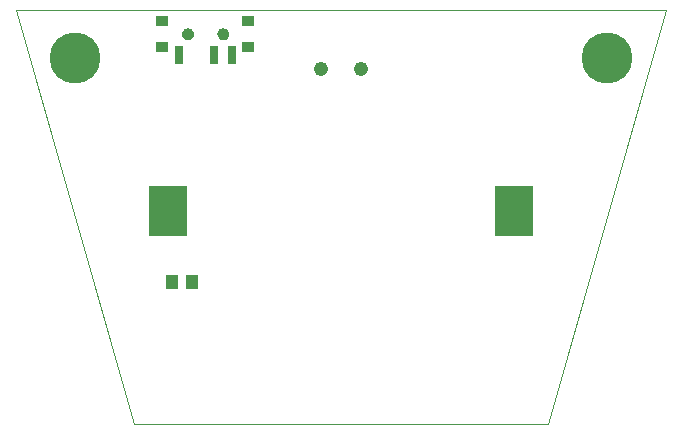
<source format=gbs>
G75*
%MOIN*%
%OFA0B0*%
%FSLAX24Y24*%
%IPPOS*%
%LPD*%
%AMOC8*
5,1,8,0,0,1.08239X$1,22.5*
%
%ADD10C,0.0000*%
%ADD11R,0.0434X0.0473*%
%ADD12R,0.1300X0.1694*%
%ADD13C,0.0476*%
%ADD14R,0.0316X0.0631*%
%ADD15R,0.0434X0.0355*%
%ADD16C,0.0394*%
%ADD17C,0.1700*%
D10*
X004037Y000100D02*
X000100Y013880D01*
X021754Y013880D01*
X017817Y000100D01*
X004037Y000100D01*
X005632Y013088D02*
X005634Y013114D01*
X005640Y013140D01*
X005650Y013165D01*
X005663Y013188D01*
X005679Y013208D01*
X005699Y013226D01*
X005721Y013241D01*
X005744Y013253D01*
X005770Y013261D01*
X005796Y013265D01*
X005822Y013265D01*
X005848Y013261D01*
X005874Y013253D01*
X005898Y013241D01*
X005919Y013226D01*
X005939Y013208D01*
X005955Y013188D01*
X005968Y013165D01*
X005978Y013140D01*
X005984Y013114D01*
X005986Y013088D01*
X005984Y013062D01*
X005978Y013036D01*
X005968Y013011D01*
X005955Y012988D01*
X005939Y012968D01*
X005919Y012950D01*
X005897Y012935D01*
X005874Y012923D01*
X005848Y012915D01*
X005822Y012911D01*
X005796Y012911D01*
X005770Y012915D01*
X005744Y012923D01*
X005720Y012935D01*
X005699Y012950D01*
X005679Y012968D01*
X005663Y012988D01*
X005650Y013011D01*
X005640Y013036D01*
X005634Y013062D01*
X005632Y013088D01*
X006813Y013088D02*
X006815Y013114D01*
X006821Y013140D01*
X006831Y013165D01*
X006844Y013188D01*
X006860Y013208D01*
X006880Y013226D01*
X006902Y013241D01*
X006925Y013253D01*
X006951Y013261D01*
X006977Y013265D01*
X007003Y013265D01*
X007029Y013261D01*
X007055Y013253D01*
X007079Y013241D01*
X007100Y013226D01*
X007120Y013208D01*
X007136Y013188D01*
X007149Y013165D01*
X007159Y013140D01*
X007165Y013114D01*
X007167Y013088D01*
X007165Y013062D01*
X007159Y013036D01*
X007149Y013011D01*
X007136Y012988D01*
X007120Y012968D01*
X007100Y012950D01*
X007078Y012935D01*
X007055Y012923D01*
X007029Y012915D01*
X007003Y012911D01*
X006977Y012911D01*
X006951Y012915D01*
X006925Y012923D01*
X006901Y012935D01*
X006880Y012950D01*
X006860Y012968D01*
X006844Y012988D01*
X006831Y013011D01*
X006821Y013036D01*
X006815Y013062D01*
X006813Y013088D01*
D11*
X005946Y004824D03*
X005277Y004824D03*
D12*
X005159Y007187D03*
X016694Y007187D03*
D13*
X011600Y011915D03*
X010261Y011915D03*
D14*
X007285Y012399D03*
X006694Y012399D03*
X005513Y012399D03*
D15*
X004962Y012655D03*
X004962Y013521D03*
X007836Y013521D03*
X007836Y012655D03*
D16*
X006990Y013088D03*
X005809Y013088D03*
D17*
X002069Y012305D03*
X019785Y012305D03*
M02*

</source>
